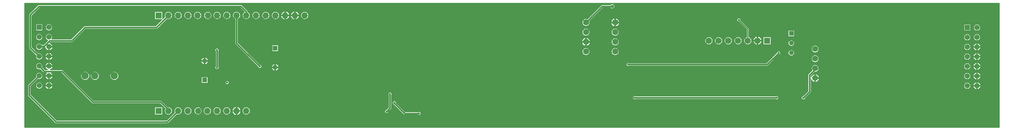
<source format=gbr>
G04*
G04 #@! TF.GenerationSoftware,Altium Limited,Altium Designer,25.8.1 (18)*
G04*
G04 Layer_Physical_Order=2*
G04 Layer_Color=16711680*
%FSLAX44Y44*%
%MOMM*%
G71*
G04*
G04 #@! TF.SameCoordinates,57F80322-994B-4A8F-A2F4-5028E090627E*
G04*
G04*
G04 #@! TF.FilePolarity,Positive*
G04*
G01*
G75*
%ADD13C,0.2540*%
%ADD51C,0.4064*%
%ADD52R,1.6500X1.6500*%
%ADD53O,1.6500X1.6500*%
%ADD54C,1.2800*%
%ADD55R,1.2800X1.2800*%
%ADD56C,1.6002*%
%ADD57C,1.2180*%
%ADD58R,1.2180X1.2180*%
%ADD59C,1.6500*%
%ADD60R,1.6500X1.6500*%
%ADD61R,1.3700X1.3700*%
%ADD62C,1.3700*%
%ADD63C,1.8796*%
%ADD64C,1.5240*%
%ADD65C,0.6000*%
%ADD66C,0.9000*%
G36*
X2547831Y2039D02*
X2039D01*
Y328831D01*
X2547831D01*
Y2039D01*
D02*
G37*
%LPC*%
G36*
X1537794Y325540D02*
X1535606D01*
X1533584Y324703D01*
X1532037Y323156D01*
X1532027Y323131D01*
X1510030D01*
X1508847Y322896D01*
X1507844Y322226D01*
X1471938Y286319D01*
X1471594Y286518D01*
X1469305Y287131D01*
X1466935D01*
X1464646Y286518D01*
X1462593Y285333D01*
X1460917Y283657D01*
X1459732Y281604D01*
X1459119Y279315D01*
Y276945D01*
X1459732Y274656D01*
X1460917Y272603D01*
X1462593Y270927D01*
X1464646Y269742D01*
X1466935Y269129D01*
X1469305D01*
X1471594Y269742D01*
X1473647Y270927D01*
X1475323Y272603D01*
X1476508Y274656D01*
X1477121Y276945D01*
Y279315D01*
X1476508Y281604D01*
X1476309Y281947D01*
X1511310Y316949D01*
X1532027D01*
X1532037Y316924D01*
X1533584Y315377D01*
X1535606Y314540D01*
X1537794D01*
X1539816Y315377D01*
X1541363Y316924D01*
X1542200Y318946D01*
Y321134D01*
X1541363Y323156D01*
X1539816Y324703D01*
X1537794Y325540D01*
D02*
G37*
G36*
X710190Y306521D02*
Y298414D01*
X718297D01*
X718207Y299098D01*
X717171Y301599D01*
X715523Y303747D01*
X713375Y305395D01*
X710874Y306431D01*
X710190Y306521D01*
D02*
G37*
G36*
X706190D02*
X705506Y306431D01*
X703005Y305395D01*
X700857Y303747D01*
X699209Y301599D01*
X698173Y299098D01*
X698082Y298414D01*
X706190D01*
Y306521D01*
D02*
G37*
G36*
X684790D02*
Y298414D01*
X692897D01*
X692807Y299098D01*
X691771Y301599D01*
X690123Y303747D01*
X687975Y305395D01*
X685474Y306431D01*
X684790Y306521D01*
D02*
G37*
G36*
X680790D02*
X680106Y306431D01*
X677605Y305395D01*
X675457Y303747D01*
X673809Y301599D01*
X672773Y299098D01*
X672682Y298414D01*
X680790D01*
Y306521D01*
D02*
G37*
G36*
X733590Y305744D02*
X733590D01*
X731175Y305426D01*
X728925Y304494D01*
X726993Y303011D01*
X725510Y301079D01*
X724578Y298829D01*
X724260Y296414D01*
X724578Y293999D01*
X725510Y291749D01*
X726993Y289817D01*
X728925Y288334D01*
X731175Y287402D01*
X733590Y287084D01*
X733590D01*
X736005Y287402D01*
X738255Y288334D01*
X740187Y289817D01*
X741670Y291749D01*
X742602Y293999D01*
X742920Y296414D01*
X742602Y298829D01*
X741670Y301079D01*
X740187Y303011D01*
X738255Y304494D01*
X736005Y305426D01*
X733590Y305744D01*
D02*
G37*
G36*
X657390D02*
X657390D01*
X654975Y305426D01*
X652725Y304494D01*
X650793Y303011D01*
X649310Y301079D01*
X648378Y298829D01*
X648060Y296414D01*
X648378Y293999D01*
X649310Y291749D01*
X650793Y289817D01*
X652725Y288334D01*
X654975Y287402D01*
X657390Y287084D01*
X657390D01*
X659805Y287402D01*
X662055Y288334D01*
X663987Y289817D01*
X665470Y291749D01*
X666402Y293999D01*
X666720Y296414D01*
X666402Y298829D01*
X665470Y301079D01*
X663987Y303011D01*
X662055Y304494D01*
X659805Y305426D01*
X657390Y305744D01*
D02*
G37*
G36*
X631990D02*
X631990D01*
X629575Y305426D01*
X627325Y304494D01*
X625393Y303011D01*
X623910Y301079D01*
X622978Y298829D01*
X622660Y296414D01*
X622978Y293999D01*
X623910Y291749D01*
X625393Y289817D01*
X627325Y288334D01*
X629575Y287402D01*
X631990Y287084D01*
X631990D01*
X634405Y287402D01*
X636655Y288334D01*
X638587Y289817D01*
X640070Y291749D01*
X641002Y293999D01*
X641320Y296414D01*
X641002Y298829D01*
X640070Y301079D01*
X638587Y303011D01*
X636655Y304494D01*
X634405Y305426D01*
X631990Y305744D01*
D02*
G37*
G36*
X606590D02*
X606590D01*
X604175Y305426D01*
X601925Y304494D01*
X599993Y303011D01*
X598510Y301079D01*
X597578Y298829D01*
X597260Y296414D01*
X597578Y293999D01*
X598510Y291749D01*
X599993Y289817D01*
X601925Y288334D01*
X604175Y287402D01*
X606590Y287084D01*
X606590D01*
X609005Y287402D01*
X611255Y288334D01*
X613187Y289817D01*
X614670Y291749D01*
X615602Y293999D01*
X615920Y296414D01*
X615602Y298829D01*
X614670Y301079D01*
X613187Y303011D01*
X611255Y304494D01*
X609005Y305426D01*
X606590Y305744D01*
D02*
G37*
G36*
X567750Y323091D02*
X40000D01*
X38817Y322856D01*
X37814Y322186D01*
X15314Y299686D01*
X14644Y298683D01*
X14409Y297500D01*
Y212310D01*
X14644Y211127D01*
X15314Y210124D01*
X33427Y192012D01*
X32910Y190084D01*
Y188017D01*
X33445Y186020D01*
X34478Y184230D01*
X35940Y182768D01*
X37730Y181735D01*
X39727Y181200D01*
X41793D01*
X43790Y181735D01*
X45580Y182768D01*
X47042Y184230D01*
X48075Y186020D01*
X48610Y188017D01*
Y190084D01*
X48075Y192080D01*
X47042Y193870D01*
X45580Y195332D01*
X43790Y196365D01*
X41793Y196900D01*
X39727D01*
X37799Y196383D01*
X20591Y213591D01*
Y296220D01*
X41280Y316909D01*
X566469D01*
X576638Y306740D01*
X576561Y305206D01*
X576234Y304270D01*
X574593Y303011D01*
X573110Y301079D01*
X572178Y298829D01*
X571860Y296414D01*
X572178Y293999D01*
X573110Y291749D01*
X574593Y289817D01*
X576525Y288334D01*
X578775Y287402D01*
X581190Y287084D01*
X581190D01*
X583605Y287402D01*
X585855Y288334D01*
X587787Y289817D01*
X589270Y291749D01*
X590202Y293999D01*
X590520Y296414D01*
X590202Y298829D01*
X589270Y301079D01*
X587787Y303011D01*
X585855Y304494D01*
X584281Y305146D01*
Y306560D01*
X584046Y307743D01*
X583376Y308746D01*
X569936Y322186D01*
X568933Y322856D01*
X567750Y323091D01*
D02*
G37*
G36*
X530390Y305744D02*
X530390D01*
X527975Y305426D01*
X525725Y304494D01*
X523793Y303011D01*
X522310Y301079D01*
X521378Y298829D01*
X521060Y296414D01*
X521378Y293999D01*
X522310Y291749D01*
X523793Y289817D01*
X525725Y288334D01*
X527975Y287402D01*
X530390Y287084D01*
X530390D01*
X532805Y287402D01*
X535055Y288334D01*
X536987Y289817D01*
X538470Y291749D01*
X539402Y293999D01*
X539720Y296414D01*
X539402Y298829D01*
X538470Y301079D01*
X536987Y303011D01*
X535055Y304494D01*
X532805Y305426D01*
X530390Y305744D01*
D02*
G37*
G36*
X504990D02*
X504990D01*
X502575Y305426D01*
X500325Y304494D01*
X498393Y303011D01*
X496910Y301079D01*
X495978Y298829D01*
X495660Y296414D01*
X495978Y293999D01*
X496910Y291749D01*
X498393Y289817D01*
X500325Y288334D01*
X502575Y287402D01*
X504990Y287084D01*
X504990D01*
X507405Y287402D01*
X509655Y288334D01*
X511587Y289817D01*
X513070Y291749D01*
X514002Y293999D01*
X514320Y296414D01*
X514002Y298829D01*
X513070Y301079D01*
X511587Y303011D01*
X509655Y304494D01*
X507405Y305426D01*
X504990Y305744D01*
D02*
G37*
G36*
X480835D02*
X480835D01*
X478420Y305426D01*
X476170Y304494D01*
X474238Y303011D01*
X472755Y301079D01*
X471823Y298829D01*
X471505Y296414D01*
X471823Y293999D01*
X472755Y291749D01*
X474238Y289817D01*
X476170Y288334D01*
X478420Y287402D01*
X480835Y287084D01*
X480835D01*
X483250Y287402D01*
X485500Y288334D01*
X487432Y289817D01*
X488915Y291749D01*
X489847Y293999D01*
X490165Y296414D01*
X489847Y298829D01*
X488915Y301079D01*
X487432Y303011D01*
X485500Y304494D01*
X483250Y305426D01*
X480835Y305744D01*
D02*
G37*
G36*
X454190D02*
X454190D01*
X451775Y305426D01*
X449525Y304494D01*
X447593Y303011D01*
X446110Y301079D01*
X445178Y298829D01*
X444860Y296414D01*
X445178Y293999D01*
X446110Y291749D01*
X447593Y289817D01*
X449525Y288334D01*
X451775Y287402D01*
X454190Y287084D01*
X454190D01*
X456605Y287402D01*
X458855Y288334D01*
X460787Y289817D01*
X462270Y291749D01*
X463202Y293999D01*
X463520Y296414D01*
X463202Y298829D01*
X462270Y301079D01*
X460787Y303011D01*
X458855Y304494D01*
X456605Y305426D01*
X454190Y305744D01*
D02*
G37*
G36*
X428790D02*
X428790D01*
X426375Y305426D01*
X424125Y304494D01*
X422193Y303011D01*
X420710Y301079D01*
X419778Y298829D01*
X419460Y296414D01*
X419778Y293999D01*
X420710Y291749D01*
X422193Y289817D01*
X424125Y288334D01*
X426375Y287402D01*
X428790Y287084D01*
X428790D01*
X431205Y287402D01*
X433455Y288334D01*
X435387Y289817D01*
X436870Y291749D01*
X437802Y293999D01*
X438120Y296414D01*
X437802Y298829D01*
X436870Y301079D01*
X435387Y303011D01*
X433455Y304494D01*
X431205Y305426D01*
X428790Y305744D01*
D02*
G37*
G36*
X403390D02*
X403390D01*
X400975Y305426D01*
X398725Y304494D01*
X396793Y303011D01*
X395310Y301079D01*
X394378Y298829D01*
X394060Y296414D01*
X394378Y293999D01*
X395310Y291749D01*
X396793Y289817D01*
X398725Y288334D01*
X400975Y287402D01*
X403390Y287084D01*
X403390D01*
X405805Y287402D01*
X408055Y288334D01*
X409987Y289817D01*
X411470Y291749D01*
X412402Y293999D01*
X412720Y296414D01*
X412402Y298829D01*
X411470Y301079D01*
X409987Y303011D01*
X408055Y304494D01*
X405805Y305426D01*
X403390Y305744D01*
D02*
G37*
G36*
X377990D02*
X377990D01*
X375575Y305426D01*
X373325Y304494D01*
X371393Y303011D01*
X369910Y301079D01*
X368978Y298829D01*
X368660Y296414D01*
X368978Y293999D01*
X369630Y292426D01*
X363521Y286317D01*
X361840Y287510D01*
X361840Y289053D01*
Y305664D01*
X343340D01*
Y287164D01*
X359840D01*
X361494Y287164D01*
X362687Y285483D01*
X345149Y267945D01*
X160000D01*
X158817Y267710D01*
X157814Y267040D01*
X123834Y233060D01*
X73345D01*
X72442Y235030D01*
X73475Y236820D01*
X74010Y238817D01*
Y240884D01*
X73475Y242880D01*
X72442Y244670D01*
X70980Y246132D01*
X69190Y247165D01*
X67193Y247700D01*
X65127D01*
X63130Y247165D01*
X61340Y246132D01*
X59878Y244670D01*
X58845Y242880D01*
X58310Y240884D01*
Y238817D01*
X58845Y236820D01*
X59878Y235030D01*
X61340Y233568D01*
X63063Y232574D01*
X63130Y232533D01*
X63654Y230291D01*
X52425Y219063D01*
X47161D01*
X47042Y219270D01*
X45580Y220732D01*
X43790Y221765D01*
X41793Y222300D01*
X39727D01*
X37730Y221765D01*
X35940Y220732D01*
X34478Y219270D01*
X33445Y217480D01*
X32910Y215483D01*
Y213417D01*
X33445Y211420D01*
X34478Y209630D01*
X35940Y208169D01*
X37730Y207135D01*
X39727Y206600D01*
X41793D01*
X43790Y207135D01*
X45580Y208169D01*
X47042Y209630D01*
X48075Y211420D01*
X48466Y212880D01*
X53706D01*
X54889Y213115D01*
X55246Y213354D01*
X55749Y213336D01*
X57059Y212848D01*
X57486Y212505D01*
X57883Y211022D01*
X59053Y208996D01*
X60706Y207343D01*
X62732Y206173D01*
X64160Y205791D01*
Y214450D01*
X66160D01*
Y216450D01*
X74819D01*
X74437Y217878D01*
X73267Y219904D01*
X71614Y221557D01*
X69588Y222727D01*
X68105Y223124D01*
X67333Y225226D01*
X68983Y226877D01*
X125114D01*
X126297Y227112D01*
X127300Y227782D01*
X161280Y261763D01*
X346430D01*
X347613Y261998D01*
X348616Y262668D01*
X374002Y288054D01*
X375575Y287402D01*
X377990Y287084D01*
X377990D01*
X380405Y287402D01*
X382655Y288334D01*
X384587Y289817D01*
X386070Y291749D01*
X387002Y293999D01*
X387320Y296414D01*
X387002Y298829D01*
X386070Y301079D01*
X384587Y303011D01*
X382655Y304494D01*
X380405Y305426D01*
X377990Y305744D01*
D02*
G37*
G36*
X718297Y294414D02*
X710190D01*
Y286307D01*
X710874Y286397D01*
X713375Y287433D01*
X715523Y289081D01*
X717171Y291229D01*
X718207Y293730D01*
X718297Y294414D01*
D02*
G37*
G36*
X706190D02*
X698082D01*
X698173Y293730D01*
X699209Y291229D01*
X700857Y289081D01*
X703005Y287433D01*
X705506Y286397D01*
X706190Y286307D01*
Y294414D01*
D02*
G37*
G36*
X692897D02*
X684790D01*
Y286307D01*
X685474Y286397D01*
X687975Y287433D01*
X690123Y289081D01*
X691771Y291229D01*
X692807Y293730D01*
X692897Y294414D01*
D02*
G37*
G36*
X680790D02*
X672682D01*
X672773Y293730D01*
X673809Y291229D01*
X675457Y289081D01*
X677605Y287433D01*
X680106Y286397D01*
X680790Y286307D01*
Y294414D01*
D02*
G37*
G36*
X1546320Y287981D02*
Y280130D01*
X1554171D01*
X1553669Y282003D01*
X1552348Y284290D01*
X1550480Y286158D01*
X1548193Y287479D01*
X1546320Y287981D01*
D02*
G37*
G36*
X1542320Y287981D02*
X1540447Y287479D01*
X1538160Y286158D01*
X1536292Y284290D01*
X1534971Y282003D01*
X1534469Y280130D01*
X1542320D01*
Y287981D01*
D02*
G37*
G36*
Y276130D02*
X1534469D01*
X1534971Y274257D01*
X1536292Y271970D01*
X1538160Y270102D01*
X1540447Y268781D01*
X1542320Y268279D01*
Y276130D01*
D02*
G37*
G36*
X1554171D02*
X1546320D01*
Y268279D01*
X1548193Y268781D01*
X1550480Y270102D01*
X1552348Y271970D01*
X1553669Y274257D01*
X1554171Y276130D01*
D02*
G37*
G36*
X67193Y273100D02*
X65127D01*
X63130Y272565D01*
X61340Y271532D01*
X59878Y270070D01*
X58845Y268280D01*
X58310Y266283D01*
Y264217D01*
X58845Y262220D01*
X59878Y260430D01*
X61340Y258969D01*
X63130Y257935D01*
X65127Y257400D01*
X67193D01*
X69190Y257935D01*
X70980Y258969D01*
X72442Y260430D01*
X73475Y262220D01*
X74010Y264217D01*
Y266283D01*
X73475Y268280D01*
X72442Y270070D01*
X70980Y271532D01*
X69190Y272565D01*
X67193Y273100D01*
D02*
G37*
G36*
X48610D02*
X32910D01*
Y257400D01*
X48610D01*
Y273100D01*
D02*
G37*
G36*
X2489554Y272700D02*
X2487487D01*
X2485490Y272165D01*
X2483700Y271132D01*
X2482238Y269670D01*
X2481205Y267880D01*
X2480670Y265884D01*
Y263817D01*
X2481205Y261820D01*
X2482238Y260030D01*
X2483700Y258568D01*
X2485490Y257535D01*
X2487487Y257000D01*
X2489554D01*
X2491550Y257535D01*
X2493340Y258568D01*
X2494802Y260030D01*
X2495835Y261820D01*
X2496370Y263817D01*
Y265884D01*
X2495835Y267880D01*
X2494802Y269670D01*
X2493340Y271132D01*
X2491550Y272165D01*
X2489554Y272700D01*
D02*
G37*
G36*
X2470970D02*
X2455270D01*
Y257000D01*
X2470970D01*
Y272700D01*
D02*
G37*
G36*
X1545505Y261731D02*
X1543135D01*
X1540846Y261118D01*
X1538793Y259933D01*
X1537117Y258257D01*
X1535932Y256204D01*
X1535319Y253915D01*
Y251545D01*
X1535932Y249256D01*
X1537117Y247203D01*
X1538793Y245527D01*
X1540846Y244342D01*
X1543135Y243729D01*
X1545505D01*
X1547794Y244342D01*
X1549847Y245527D01*
X1551523Y247203D01*
X1552708Y249256D01*
X1553321Y251545D01*
Y253915D01*
X1552708Y256204D01*
X1551523Y258257D01*
X1549847Y259933D01*
X1547794Y261118D01*
X1545505Y261731D01*
D02*
G37*
G36*
X1469305D02*
X1466935D01*
X1464646Y261118D01*
X1462593Y259933D01*
X1460917Y258257D01*
X1459732Y256204D01*
X1459119Y253915D01*
Y251545D01*
X1459732Y249256D01*
X1460917Y247203D01*
X1462593Y245527D01*
X1464646Y244342D01*
X1466935Y243729D01*
X1469305D01*
X1471594Y244342D01*
X1473647Y245527D01*
X1475323Y247203D01*
X1476508Y249256D01*
X1477121Y251545D01*
Y253915D01*
X1476508Y256204D01*
X1475323Y258257D01*
X1473647Y259933D01*
X1471594Y261118D01*
X1469305Y261731D01*
D02*
G37*
G36*
X2011150Y256360D02*
X1996970D01*
Y242180D01*
X2011150D01*
Y256360D01*
D02*
G37*
G36*
X1917632Y240395D02*
Y232286D01*
X1925741D01*
X1925213Y234255D01*
X1923860Y236599D01*
X1921945Y238514D01*
X1919601Y239867D01*
X1917632Y240395D01*
D02*
G37*
G36*
X1913632Y240395D02*
X1911663Y239867D01*
X1909319Y238514D01*
X1907404Y236599D01*
X1906051Y234255D01*
X1905523Y232286D01*
X1913632D01*
Y240395D01*
D02*
G37*
G36*
X41793Y247700D02*
X39727D01*
X37730Y247165D01*
X35940Y246132D01*
X34478Y244670D01*
X33445Y242880D01*
X32910Y240884D01*
Y238817D01*
X33445Y236820D01*
X34478Y235030D01*
X35940Y233568D01*
X37730Y232535D01*
X39727Y232000D01*
X41793D01*
X43790Y232535D01*
X45580Y233568D01*
X47042Y235030D01*
X48075Y236820D01*
X48610Y238817D01*
Y240884D01*
X48075Y242880D01*
X47042Y244670D01*
X45580Y246132D01*
X43790Y247165D01*
X41793Y247700D01*
D02*
G37*
G36*
X2489554Y247300D02*
X2487487D01*
X2485490Y246765D01*
X2483700Y245732D01*
X2482238Y244270D01*
X2481205Y242480D01*
X2480670Y240483D01*
Y238417D01*
X2481205Y236420D01*
X2482238Y234630D01*
X2483700Y233169D01*
X2485490Y232135D01*
X2487487Y231600D01*
X2489554D01*
X2491550Y232135D01*
X2493340Y233169D01*
X2494802Y234630D01*
X2495835Y236420D01*
X2496370Y238417D01*
Y240483D01*
X2495835Y242480D01*
X2494802Y244270D01*
X2493340Y245732D01*
X2491550Y246765D01*
X2489554Y247300D01*
D02*
G37*
G36*
X2464153D02*
X2462086D01*
X2460090Y246765D01*
X2458300Y245732D01*
X2456838Y244270D01*
X2455805Y242480D01*
X2455270Y240483D01*
Y238417D01*
X2455805Y236420D01*
X2456838Y234630D01*
X2458300Y233169D01*
X2460090Y232135D01*
X2462086Y231600D01*
X2464153D01*
X2466150Y232135D01*
X2467940Y233169D01*
X2469402Y234630D01*
X2470435Y236420D01*
X2470970Y238417D01*
Y240483D01*
X2470435Y242480D01*
X2469402Y244270D01*
X2467940Y245732D01*
X2466150Y246765D01*
X2464153Y247300D01*
D02*
G37*
G36*
X1470120Y237181D02*
Y229330D01*
X1477971D01*
X1477469Y231203D01*
X1476148Y233490D01*
X1474280Y235358D01*
X1471993Y236679D01*
X1470120Y237181D01*
D02*
G37*
G36*
X1466120Y237181D02*
X1464247Y236679D01*
X1461960Y235358D01*
X1460092Y233490D01*
X1458771Y231203D01*
X1458269Y229330D01*
X1466120D01*
Y237181D01*
D02*
G37*
G36*
X1950282Y239536D02*
X1931782D01*
Y221036D01*
X1950282D01*
Y239536D01*
D02*
G37*
G36*
X1867696Y288480D02*
X1866104D01*
X1864634Y287871D01*
X1863509Y286746D01*
X1862900Y285276D01*
Y283684D01*
X1863509Y282214D01*
X1864634Y281089D01*
X1866104Y280480D01*
X1867627D01*
X1887917Y260189D01*
Y239242D01*
X1886662Y238906D01*
X1884552Y237688D01*
X1882830Y235966D01*
X1881612Y233856D01*
X1880982Y231504D01*
Y229068D01*
X1881612Y226716D01*
X1882830Y224606D01*
X1884552Y222884D01*
X1886662Y221666D01*
X1889014Y221036D01*
X1891450D01*
X1893802Y221666D01*
X1895912Y222884D01*
X1897634Y224606D01*
X1898852Y226716D01*
X1899482Y229068D01*
Y231504D01*
X1898852Y233856D01*
X1897634Y235966D01*
X1895912Y237688D01*
X1893802Y238906D01*
X1892547Y239242D01*
Y261148D01*
X1892370Y262034D01*
X1891869Y262785D01*
X1870900Y283753D01*
Y285276D01*
X1870291Y286746D01*
X1869166Y287871D01*
X1867696Y288480D01*
D02*
G37*
G36*
X1866050Y239536D02*
X1863614D01*
X1861262Y238906D01*
X1859152Y237688D01*
X1857430Y235966D01*
X1856212Y233856D01*
X1855582Y231504D01*
Y229068D01*
X1856212Y226716D01*
X1857430Y224606D01*
X1859152Y222884D01*
X1861262Y221666D01*
X1863614Y221036D01*
X1866050D01*
X1868402Y221666D01*
X1870512Y222884D01*
X1872234Y224606D01*
X1873452Y226716D01*
X1874082Y229068D01*
Y231504D01*
X1873452Y233856D01*
X1872234Y235966D01*
X1870512Y237688D01*
X1868402Y238906D01*
X1866050Y239536D01*
D02*
G37*
G36*
X1840650D02*
X1838214D01*
X1835862Y238906D01*
X1833752Y237688D01*
X1832030Y235966D01*
X1830812Y233856D01*
X1830182Y231504D01*
Y229068D01*
X1830812Y226716D01*
X1832030Y224606D01*
X1833752Y222884D01*
X1835862Y221666D01*
X1838214Y221036D01*
X1840650D01*
X1843002Y221666D01*
X1845112Y222884D01*
X1846834Y224606D01*
X1848052Y226716D01*
X1848682Y229068D01*
Y231504D01*
X1848052Y233856D01*
X1846834Y235966D01*
X1845112Y237688D01*
X1843002Y238906D01*
X1840650Y239536D01*
D02*
G37*
G36*
X1815250D02*
X1812814D01*
X1810462Y238906D01*
X1808352Y237688D01*
X1806630Y235966D01*
X1805412Y233856D01*
X1804782Y231504D01*
Y229068D01*
X1805412Y226716D01*
X1806630Y224606D01*
X1808352Y222884D01*
X1810462Y221666D01*
X1812814Y221036D01*
X1815250D01*
X1817602Y221666D01*
X1819712Y222884D01*
X1821434Y224606D01*
X1822652Y226716D01*
X1823282Y229068D01*
Y231504D01*
X1822652Y233856D01*
X1821434Y235966D01*
X1819712Y237688D01*
X1817602Y238906D01*
X1815250Y239536D01*
D02*
G37*
G36*
X1789850D02*
X1787414D01*
X1785062Y238906D01*
X1782952Y237688D01*
X1781230Y235966D01*
X1780012Y233856D01*
X1779382Y231504D01*
Y229068D01*
X1780012Y226716D01*
X1781230Y224606D01*
X1782952Y222884D01*
X1785062Y221666D01*
X1787414Y221036D01*
X1789850D01*
X1792202Y221666D01*
X1794312Y222884D01*
X1796034Y224606D01*
X1797252Y226716D01*
X1797882Y229068D01*
Y231504D01*
X1797252Y233856D01*
X1796034Y235966D01*
X1794312Y237688D01*
X1792202Y238906D01*
X1789850Y239536D01*
D02*
G37*
G36*
X1913632Y228286D02*
X1905523D01*
X1906051Y226317D01*
X1907404Y223973D01*
X1909319Y222058D01*
X1911663Y220705D01*
X1913632Y220177D01*
Y228286D01*
D02*
G37*
G36*
X1925741D02*
X1917632D01*
Y220177D01*
X1919601Y220705D01*
X1921945Y222058D01*
X1923860Y223973D01*
X1925213Y226317D01*
X1925741Y228286D01*
D02*
G37*
G36*
X1545505Y236331D02*
X1543135D01*
X1540846Y235718D01*
X1538793Y234533D01*
X1537117Y232857D01*
X1535932Y230804D01*
X1535319Y228515D01*
Y226145D01*
X1535932Y223856D01*
X1537117Y221803D01*
X1538793Y220127D01*
X1540846Y218942D01*
X1543135Y218329D01*
X1545505D01*
X1547794Y218942D01*
X1549847Y220127D01*
X1551523Y221803D01*
X1552708Y223856D01*
X1553321Y226145D01*
Y228515D01*
X1552708Y230804D01*
X1551523Y232857D01*
X1549847Y234533D01*
X1547794Y235718D01*
X1545505Y236331D01*
D02*
G37*
G36*
X1477971Y225330D02*
X1470120D01*
Y217479D01*
X1471993Y217981D01*
X1474280Y219302D01*
X1476148Y221170D01*
X1477469Y223457D01*
X1477971Y225330D01*
D02*
G37*
G36*
X1466120D02*
X1458269D01*
X1458771Y223457D01*
X1460092Y221170D01*
X1461960Y219302D01*
X1464247Y217981D01*
X1466120Y217479D01*
Y225330D01*
D02*
G37*
G36*
X2004993Y230960D02*
X2003127D01*
X2001323Y230477D01*
X1999707Y229543D01*
X1998387Y228223D01*
X1997453Y226607D01*
X1996970Y224804D01*
Y222937D01*
X1997453Y221133D01*
X1998387Y219517D01*
X1999707Y218197D01*
X2001323Y217263D01*
X2003127Y216780D01*
X2004993D01*
X2006797Y217263D01*
X2008413Y218197D01*
X2009733Y219517D01*
X2010667Y221133D01*
X2011150Y222937D01*
Y224804D01*
X2010667Y226607D01*
X2009733Y228223D01*
X2008413Y229543D01*
X2006797Y230477D01*
X2004993Y230960D01*
D02*
G37*
G36*
X2490520Y222710D02*
Y216050D01*
X2497179D01*
X2496797Y217478D01*
X2495627Y219504D01*
X2493974Y221157D01*
X2491948Y222327D01*
X2490520Y222710D01*
D02*
G37*
G36*
X2486520D02*
X2485092Y222327D01*
X2483066Y221157D01*
X2481413Y219504D01*
X2480243Y217478D01*
X2479861Y216050D01*
X2486520D01*
Y222710D01*
D02*
G37*
G36*
X2464153Y221900D02*
X2462086D01*
X2460090Y221365D01*
X2458300Y220332D01*
X2456838Y218870D01*
X2455805Y217080D01*
X2455270Y215084D01*
Y213017D01*
X2455805Y211020D01*
X2456838Y209230D01*
X2458300Y207768D01*
X2460090Y206735D01*
X2462086Y206200D01*
X2464153D01*
X2466150Y206735D01*
X2467940Y207768D01*
X2469402Y209230D01*
X2470435Y211020D01*
X2470970Y213017D01*
Y215084D01*
X2470435Y217080D01*
X2469402Y218870D01*
X2467940Y220332D01*
X2466150Y221365D01*
X2464153Y221900D01*
D02*
G37*
G36*
X74819Y212450D02*
X68160D01*
Y205791D01*
X69588Y206173D01*
X71614Y207343D01*
X73267Y208996D01*
X74437Y211022D01*
X74819Y212450D01*
D02*
G37*
G36*
X2497179Y212050D02*
X2490520D01*
Y205391D01*
X2491948Y205773D01*
X2493974Y206943D01*
X2495627Y208596D01*
X2496797Y210622D01*
X2497179Y212050D01*
D02*
G37*
G36*
X2486520D02*
X2479861D01*
X2480243Y210622D01*
X2481413Y208596D01*
X2483066Y206943D01*
X2485092Y205773D01*
X2486520Y205391D01*
Y212050D01*
D02*
G37*
G36*
X664180Y217820D02*
X649380D01*
Y203020D01*
X664180D01*
Y217820D01*
D02*
G37*
G36*
X2067294Y217182D02*
X2065025D01*
X2062832Y216595D01*
X2060867Y215460D01*
X2059262Y213855D01*
X2058127Y211889D01*
X2057540Y209697D01*
Y207427D01*
X2058127Y205235D01*
X2059262Y203270D01*
X2060867Y201665D01*
X2062832Y200530D01*
X2065025Y199942D01*
X2067294D01*
X2069487Y200530D01*
X2071452Y201665D01*
X2073057Y203270D01*
X2074192Y205235D01*
X2074780Y207427D01*
Y209697D01*
X2074192Y211889D01*
X2073057Y213855D01*
X2071452Y215460D01*
X2069487Y216595D01*
X2067294Y217182D01*
D02*
G37*
G36*
X1545505Y210931D02*
X1543135D01*
X1540846Y210318D01*
X1538793Y209133D01*
X1537117Y207457D01*
X1535932Y205404D01*
X1535319Y203115D01*
Y200745D01*
X1535932Y198456D01*
X1537117Y196403D01*
X1538793Y194727D01*
X1540846Y193542D01*
X1543135Y192929D01*
X1545505D01*
X1547794Y193542D01*
X1549847Y194727D01*
X1551523Y196403D01*
X1552708Y198456D01*
X1553321Y200745D01*
Y203115D01*
X1552708Y205404D01*
X1551523Y207457D01*
X1549847Y209133D01*
X1547794Y210318D01*
X1545505Y210931D01*
D02*
G37*
G36*
X1469305D02*
X1466935D01*
X1464646Y210318D01*
X1462593Y209133D01*
X1460917Y207457D01*
X1459732Y205404D01*
X1459119Y203115D01*
Y200745D01*
X1459732Y198456D01*
X1460917Y196403D01*
X1462593Y194727D01*
X1464646Y193542D01*
X1466935Y192929D01*
X1469305D01*
X1471594Y193542D01*
X1473647Y194727D01*
X1475323Y196403D01*
X1476508Y198456D01*
X1477121Y200745D01*
Y203115D01*
X1476508Y205404D01*
X1475323Y207457D01*
X1473647Y209133D01*
X1471594Y210318D01*
X1469305Y210931D01*
D02*
G37*
G36*
X2004993Y205560D02*
X2003127D01*
X2001323Y205077D01*
X1999707Y204144D01*
X1998387Y202823D01*
X1997453Y201207D01*
X1996970Y199403D01*
Y197537D01*
X1997453Y195733D01*
X1998387Y194117D01*
X1999707Y192797D01*
X2001323Y191863D01*
X2003127Y191380D01*
X2004993D01*
X2006797Y191863D01*
X2008413Y192797D01*
X2009733Y194117D01*
X2010667Y195733D01*
X2011150Y197537D01*
Y199403D01*
X2010667Y201207D01*
X2009733Y202823D01*
X2008413Y204144D01*
X2006797Y205077D01*
X2004993Y205560D01*
D02*
G37*
G36*
X68160Y197710D02*
Y191050D01*
X74819D01*
X74437Y192478D01*
X73267Y194504D01*
X71614Y196157D01*
X69588Y197327D01*
X68160Y197710D01*
D02*
G37*
G36*
X64160D02*
X62732Y197327D01*
X60706Y196157D01*
X59053Y194504D01*
X57883Y192478D01*
X57501Y191050D01*
X64160D01*
Y197710D01*
D02*
G37*
G36*
X2490520Y197309D02*
Y190650D01*
X2497179D01*
X2496797Y192078D01*
X2495627Y194104D01*
X2493974Y195757D01*
X2491948Y196927D01*
X2490520Y197309D01*
D02*
G37*
G36*
X2486520D02*
X2485092Y196927D01*
X2483066Y195757D01*
X2481413Y194104D01*
X2480243Y192078D01*
X2479861Y190650D01*
X2486520D01*
Y197309D01*
D02*
G37*
G36*
X2464153Y196500D02*
X2462086D01*
X2460090Y195965D01*
X2458300Y194932D01*
X2456838Y193470D01*
X2455805Y191680D01*
X2455270Y189683D01*
Y187617D01*
X2455805Y185620D01*
X2456838Y183830D01*
X2458300Y182369D01*
X2460090Y181335D01*
X2462086Y180800D01*
X2464153D01*
X2466150Y181335D01*
X2467940Y182369D01*
X2469402Y183830D01*
X2470435Y185620D01*
X2470970Y187617D01*
Y189683D01*
X2470435Y191680D01*
X2469402Y193470D01*
X2467940Y194932D01*
X2466150Y195965D01*
X2464153Y196500D01*
D02*
G37*
G36*
X74819Y187050D02*
X68160D01*
Y180391D01*
X69588Y180773D01*
X71614Y181943D01*
X73267Y183596D01*
X74437Y185622D01*
X74819Y187050D01*
D02*
G37*
G36*
X64160D02*
X57501D01*
X57883Y185622D01*
X59053Y183596D01*
X60706Y181943D01*
X62732Y180773D01*
X64160Y180391D01*
Y187050D01*
D02*
G37*
G36*
X2497179Y186650D02*
X2490520D01*
Y179991D01*
X2491948Y180373D01*
X2493974Y181543D01*
X2495627Y183196D01*
X2496797Y185222D01*
X2497179Y186650D01*
D02*
G37*
G36*
X2486520D02*
X2479861D01*
X2480243Y185222D01*
X2481413Y183196D01*
X2483066Y181543D01*
X2485092Y180373D01*
X2486520Y179991D01*
Y186650D01*
D02*
G37*
G36*
X474440Y185593D02*
Y179400D01*
X480634D01*
X480297Y180655D01*
X479187Y182577D01*
X477617Y184147D01*
X475695Y185257D01*
X474440Y185593D01*
D02*
G37*
G36*
X470440D02*
X469185Y185257D01*
X467263Y184147D01*
X465693Y182577D01*
X464583Y180655D01*
X464246Y179400D01*
X470440D01*
Y185593D01*
D02*
G37*
G36*
X2067294Y191782D02*
X2065025D01*
X2062832Y191195D01*
X2060867Y190060D01*
X2059262Y188455D01*
X2058127Y186490D01*
X2057540Y184297D01*
Y182027D01*
X2058127Y179835D01*
X2059262Y177869D01*
X2060867Y176265D01*
X2062832Y175130D01*
X2065025Y174542D01*
X2067294D01*
X2069487Y175130D01*
X2071452Y176265D01*
X2073057Y177869D01*
X2074192Y179835D01*
X2074780Y182027D01*
Y184297D01*
X2074192Y186490D01*
X2073057Y188455D01*
X2071452Y190060D01*
X2069487Y191195D01*
X2067294Y191782D01*
D02*
G37*
G36*
X1971836Y202120D02*
X1970244D01*
X1968774Y201511D01*
X1967649Y200386D01*
X1967040Y198916D01*
Y198492D01*
X1939510Y170961D01*
X1580565D01*
X1580266Y171261D01*
X1578796Y171870D01*
X1577204D01*
X1575734Y171261D01*
X1574609Y170136D01*
X1574000Y168666D01*
Y167074D01*
X1574609Y165604D01*
X1575734Y164479D01*
X1577204Y163870D01*
X1578796D01*
X1580266Y164479D01*
X1580565Y164779D01*
X1940790D01*
X1941973Y165014D01*
X1942976Y165684D01*
X1971412Y194120D01*
X1971836D01*
X1973306Y194729D01*
X1974431Y195854D01*
X1975040Y197324D01*
Y198916D01*
X1974431Y200386D01*
X1973306Y201511D01*
X1971836Y202120D01*
D02*
G37*
G36*
X480634Y175400D02*
X474440D01*
Y169207D01*
X475695Y169543D01*
X477617Y170653D01*
X479187Y172223D01*
X480297Y174145D01*
X480634Y175400D01*
D02*
G37*
G36*
X470440D02*
X464246D01*
X464583Y174145D01*
X465693Y172223D01*
X467263Y170653D01*
X469185Y169543D01*
X470440Y169207D01*
Y175400D01*
D02*
G37*
G36*
X68160Y172309D02*
Y165650D01*
X74819D01*
X74437Y167078D01*
X73267Y169104D01*
X71614Y170757D01*
X69588Y171927D01*
X68160Y172309D01*
D02*
G37*
G36*
X64160D02*
X62732Y171927D01*
X60706Y170757D01*
X59053Y169104D01*
X57883Y167078D01*
X57501Y165650D01*
X64160D01*
Y172309D01*
D02*
G37*
G36*
X2490520Y171910D02*
Y165250D01*
X2497179D01*
X2496797Y166678D01*
X2495627Y168704D01*
X2493974Y170357D01*
X2491948Y171527D01*
X2490520Y171910D01*
D02*
G37*
G36*
X2486520D02*
X2485092Y171527D01*
X2483066Y170357D01*
X2481413Y168704D01*
X2480243Y166678D01*
X2479861Y165250D01*
X2486520D01*
Y171910D01*
D02*
G37*
G36*
X658780Y168613D02*
Y162420D01*
X664974D01*
X664637Y163675D01*
X663527Y165597D01*
X661957Y167167D01*
X660035Y168277D01*
X658780Y168613D01*
D02*
G37*
G36*
X654780D02*
X653525Y168277D01*
X651603Y167167D01*
X650033Y165597D01*
X648923Y163675D01*
X648587Y162420D01*
X654780D01*
Y168613D01*
D02*
G37*
G36*
X555790Y305744D02*
X555790D01*
X553375Y305426D01*
X551125Y304494D01*
X549193Y303011D01*
X547710Y301079D01*
X546778Y298829D01*
X546460Y296414D01*
X546778Y293999D01*
X547710Y291749D01*
X549193Y289817D01*
X551125Y288334D01*
X552699Y287682D01*
Y223652D01*
X552934Y222469D01*
X553604Y221466D01*
X612482Y162588D01*
Y162164D01*
X613091Y160694D01*
X614217Y159569D01*
X615687Y158960D01*
X617278D01*
X618748Y159569D01*
X619873Y160694D01*
X620482Y162164D01*
Y163756D01*
X619873Y165226D01*
X618748Y166351D01*
X617278Y166960D01*
X616854D01*
X558881Y224933D01*
Y287682D01*
X560455Y288334D01*
X562387Y289817D01*
X563870Y291749D01*
X564802Y293999D01*
X565120Y296414D01*
X564802Y298829D01*
X563870Y301079D01*
X562387Y303011D01*
X560455Y304494D01*
X558205Y305426D01*
X555790Y305744D01*
D02*
G37*
G36*
X505786Y209755D02*
X504194D01*
X502724Y209146D01*
X501599Y208021D01*
X500990Y206551D01*
Y204959D01*
X501599Y203489D01*
X501899Y203190D01*
Y162585D01*
X501599Y162286D01*
X500990Y160816D01*
Y159224D01*
X501599Y157754D01*
X502724Y156629D01*
X504194Y156020D01*
X505786D01*
X507256Y156629D01*
X508381Y157754D01*
X508990Y159224D01*
Y160816D01*
X508381Y162286D01*
X508081Y162585D01*
Y203190D01*
X508381Y203489D01*
X508990Y204959D01*
Y206551D01*
X508381Y208021D01*
X507256Y209146D01*
X505786Y209755D01*
D02*
G37*
G36*
X2464153Y171100D02*
X2462086D01*
X2460090Y170565D01*
X2458300Y169532D01*
X2456838Y168070D01*
X2455805Y166280D01*
X2455270Y164284D01*
Y162217D01*
X2455805Y160220D01*
X2456838Y158430D01*
X2458300Y156968D01*
X2460090Y155935D01*
X2462086Y155400D01*
X2464153D01*
X2466150Y155935D01*
X2467940Y156968D01*
X2469402Y158430D01*
X2470435Y160220D01*
X2470970Y162217D01*
Y164284D01*
X2470435Y166280D01*
X2469402Y168070D01*
X2467940Y169532D01*
X2466150Y170565D01*
X2464153Y171100D01*
D02*
G37*
G36*
X2497179Y161250D02*
X2490520D01*
Y154591D01*
X2491948Y154973D01*
X2493974Y156143D01*
X2495627Y157796D01*
X2496797Y159822D01*
X2497179Y161250D01*
D02*
G37*
G36*
X2486520D02*
X2479861D01*
X2480243Y159822D01*
X2481413Y157796D01*
X2483066Y156143D01*
X2485092Y154973D01*
X2486520Y154591D01*
Y161250D01*
D02*
G37*
G36*
X664974Y158420D02*
X658780D01*
Y152226D01*
X660035Y152563D01*
X661957Y153673D01*
X663527Y155243D01*
X664637Y157165D01*
X664974Y158420D01*
D02*
G37*
G36*
X654780D02*
X648587D01*
X648923Y157165D01*
X650033Y155243D01*
X651603Y153673D01*
X653525Y152563D01*
X654780Y152226D01*
Y158420D01*
D02*
G37*
G36*
X2067294Y166382D02*
X2065025D01*
X2062832Y165795D01*
X2060867Y164660D01*
X2059262Y163055D01*
X2058127Y161089D01*
X2057540Y158897D01*
Y156627D01*
X2058127Y154435D01*
X2059262Y152470D01*
X2059265Y152467D01*
X2049434Y142636D01*
X2048764Y141633D01*
X2048529Y140450D01*
Y98301D01*
X2035248Y85020D01*
X2034824D01*
X2033354Y84411D01*
X2032229Y83286D01*
X2031620Y81816D01*
Y80224D01*
X2032229Y78754D01*
X2033354Y77629D01*
X2034824Y77020D01*
X2036416D01*
X2037886Y77629D01*
X2039011Y78754D01*
X2039620Y80224D01*
Y80648D01*
X2053806Y94834D01*
X2054476Y95837D01*
X2054711Y97020D01*
Y129944D01*
X2056743Y130212D01*
X2057165Y128637D01*
X2058436Y126436D01*
X2060233Y124639D01*
X2062434Y123368D01*
X2064160Y122906D01*
Y132362D01*
Y141819D01*
X2062434Y141356D01*
X2060233Y140086D01*
X2058436Y138289D01*
X2057165Y136088D01*
X2056743Y134513D01*
X2054711Y134781D01*
Y139170D01*
X2064756Y149214D01*
X2065025Y149142D01*
X2067294D01*
X2069487Y149730D01*
X2071452Y150865D01*
X2073057Y152470D01*
X2074192Y154435D01*
X2074780Y156627D01*
Y158897D01*
X2074192Y161089D01*
X2073057Y163055D01*
X2071452Y164660D01*
X2069487Y165795D01*
X2067294Y166382D01*
D02*
G37*
G36*
X2490520Y146510D02*
Y139850D01*
X2497179D01*
X2496797Y141278D01*
X2495627Y143304D01*
X2493974Y144957D01*
X2491948Y146127D01*
X2490520Y146510D01*
D02*
G37*
G36*
X2486520D02*
X2485092Y146127D01*
X2483066Y144957D01*
X2481413Y143304D01*
X2480243Y141278D01*
X2479861Y139850D01*
X2486520D01*
Y146510D01*
D02*
G37*
G36*
X2068160Y141819D02*
Y134362D01*
X2075616D01*
X2075154Y136088D01*
X2073883Y138289D01*
X2072086Y140086D01*
X2069885Y141356D01*
X2068160Y141819D01*
D02*
G37*
G36*
X41793Y146100D02*
X39727D01*
X37730Y145565D01*
X35940Y144532D01*
X34478Y143070D01*
X33445Y141280D01*
X32910Y139284D01*
Y137217D01*
X33427Y135288D01*
X12814Y114676D01*
X12144Y113673D01*
X11909Y112490D01*
Y87500D01*
X12144Y86317D01*
X12814Y85314D01*
X82814Y15314D01*
X83817Y14644D01*
X85000Y14409D01*
X374476D01*
X375659Y14644D01*
X376662Y15314D01*
X399402Y38054D01*
X400975Y37402D01*
X403390Y37084D01*
X403390D01*
X405805Y37402D01*
X408055Y38334D01*
X409987Y39817D01*
X411470Y41749D01*
X412402Y43999D01*
X412720Y46414D01*
X412402Y48829D01*
X411470Y51079D01*
X409987Y53011D01*
X408055Y54494D01*
X405805Y55426D01*
X403390Y55744D01*
X403390D01*
X400975Y55426D01*
X398725Y54494D01*
X396793Y53011D01*
X395310Y51079D01*
X394378Y48829D01*
X394060Y46414D01*
X394378Y43999D01*
X395030Y42426D01*
X373195Y20591D01*
X86280D01*
X18091Y88780D01*
Y111210D01*
X37799Y130917D01*
X39727Y130400D01*
X41793D01*
X43790Y130935D01*
X45580Y131968D01*
X47042Y133430D01*
X48075Y135220D01*
X48610Y137217D01*
Y139284D01*
X48075Y141280D01*
X47042Y143070D01*
X45580Y144532D01*
X43790Y145565D01*
X41793Y146100D01*
D02*
G37*
G36*
X2464153Y145700D02*
X2462086D01*
X2460090Y145165D01*
X2458300Y144132D01*
X2456838Y142670D01*
X2455805Y140880D01*
X2455270Y138883D01*
Y136817D01*
X2455805Y134820D01*
X2456838Y133030D01*
X2458300Y131568D01*
X2460090Y130535D01*
X2462086Y130000D01*
X2464153D01*
X2466150Y130535D01*
X2467940Y131568D01*
X2469402Y133030D01*
X2470435Y134820D01*
X2470970Y136817D01*
Y138883D01*
X2470435Y140880D01*
X2469402Y142670D01*
X2467940Y144132D01*
X2466150Y145165D01*
X2464153Y145700D01*
D02*
G37*
G36*
X74819Y136250D02*
X68160D01*
Y129591D01*
X69588Y129973D01*
X71614Y131143D01*
X73267Y132796D01*
X74437Y134822D01*
X74819Y136250D01*
D02*
G37*
G36*
X64160D02*
X57501D01*
X57883Y134822D01*
X59053Y132796D01*
X60706Y131143D01*
X62732Y129973D01*
X64160Y129591D01*
Y136250D01*
D02*
G37*
G36*
X2497179Y135850D02*
X2490520D01*
Y129191D01*
X2491948Y129573D01*
X2493974Y130743D01*
X2495627Y132396D01*
X2496797Y134422D01*
X2497179Y135850D01*
D02*
G37*
G36*
X2486520D02*
X2479861D01*
X2480243Y134422D01*
X2481413Y132396D01*
X2483066Y130743D01*
X2485092Y129573D01*
X2486520Y129191D01*
Y135850D01*
D02*
G37*
G36*
X238089Y148700D02*
X235351D01*
X232707Y147991D01*
X230336Y146622D01*
X228400Y144687D01*
X227031Y142316D01*
X226322Y139671D01*
Y136933D01*
X227031Y134289D01*
X228400Y131917D01*
X230336Y129982D01*
X232707Y128613D01*
X235351Y127904D01*
X238089D01*
X240734Y128613D01*
X243104Y129982D01*
X245040Y131917D01*
X246409Y134289D01*
X247118Y136933D01*
Y139671D01*
X246409Y142316D01*
X245040Y144687D01*
X243104Y146622D01*
X240734Y147991D01*
X238089Y148700D01*
D02*
G37*
G36*
X187289D02*
X184551D01*
X181907Y147991D01*
X179536Y146622D01*
X177600Y144687D01*
X176231Y142316D01*
X175522Y139671D01*
Y136933D01*
X176231Y134289D01*
X177600Y131917D01*
X179536Y129982D01*
X181907Y128613D01*
X184551Y127904D01*
X187289D01*
X189933Y128613D01*
X192304Y129982D01*
X194240Y131917D01*
X195609Y134289D01*
X196318Y136933D01*
Y139671D01*
X195609Y142316D01*
X194240Y144687D01*
X192304Y146622D01*
X189933Y147991D01*
X187289Y148700D01*
D02*
G37*
G36*
X161889D02*
X159151D01*
X156507Y147991D01*
X154136Y146622D01*
X152200Y144687D01*
X150831Y142316D01*
X150122Y139671D01*
Y136933D01*
X150831Y134289D01*
X152200Y131917D01*
X154136Y129982D01*
X156507Y128613D01*
X159151Y127904D01*
X161889D01*
X164534Y128613D01*
X166905Y129982D01*
X168841Y131917D01*
X170209Y134289D01*
X170918Y136933D01*
Y139671D01*
X170209Y142316D01*
X168841Y144687D01*
X166905Y146622D01*
X164534Y147991D01*
X161889Y148700D01*
D02*
G37*
G36*
X2075616Y130362D02*
X2068160D01*
Y122906D01*
X2069885Y123368D01*
X2072086Y124639D01*
X2073883Y126436D01*
X2075154Y128637D01*
X2075616Y130362D01*
D02*
G37*
G36*
X479840Y134800D02*
X465040D01*
Y120000D01*
X479840D01*
Y134800D01*
D02*
G37*
G36*
X532056Y124650D02*
X530464D01*
X528994Y124041D01*
X527869Y122916D01*
X527260Y121446D01*
Y119854D01*
X527869Y118384D01*
X528994Y117259D01*
X530464Y116650D01*
X532056D01*
X533526Y117259D01*
X534651Y118384D01*
X535260Y119854D01*
Y121446D01*
X534651Y122916D01*
X533526Y124041D01*
X532056Y124650D01*
D02*
G37*
G36*
X68160Y121510D02*
Y114850D01*
X74819D01*
X74437Y116278D01*
X73267Y118304D01*
X71614Y119957D01*
X69588Y121127D01*
X68160Y121510D01*
D02*
G37*
G36*
X64160D02*
X62732Y121127D01*
X60706Y119957D01*
X59053Y118304D01*
X57883Y116278D01*
X57501Y114850D01*
X64160D01*
Y121510D01*
D02*
G37*
G36*
X2490520Y121110D02*
Y114450D01*
X2497179D01*
X2496797Y115878D01*
X2495627Y117904D01*
X2493974Y119557D01*
X2491948Y120727D01*
X2490520Y121110D01*
D02*
G37*
G36*
X2486520D02*
X2485092Y120727D01*
X2483066Y119557D01*
X2481413Y117904D01*
X2480243Y115878D01*
X2479861Y114450D01*
X2486520D01*
Y121110D01*
D02*
G37*
G36*
X41793Y120700D02*
X39727D01*
X37730Y120165D01*
X35940Y119132D01*
X34478Y117670D01*
X33445Y115880D01*
X32910Y113883D01*
Y111817D01*
X33445Y109820D01*
X34478Y108030D01*
X35940Y106568D01*
X37730Y105535D01*
X39727Y105000D01*
X41793D01*
X43790Y105535D01*
X45580Y106568D01*
X47042Y108030D01*
X48075Y109820D01*
X48610Y111817D01*
Y113883D01*
X48075Y115880D01*
X47042Y117670D01*
X45580Y119132D01*
X43790Y120165D01*
X41793Y120700D01*
D02*
G37*
G36*
X2464153Y120300D02*
X2462086D01*
X2460090Y119765D01*
X2458300Y118732D01*
X2456838Y117270D01*
X2455805Y115480D01*
X2455270Y113483D01*
Y111417D01*
X2455805Y109420D01*
X2456838Y107630D01*
X2458300Y106168D01*
X2460090Y105135D01*
X2462086Y104600D01*
X2464153D01*
X2466150Y105135D01*
X2467940Y106168D01*
X2469402Y107630D01*
X2470435Y109420D01*
X2470970Y111417D01*
Y113483D01*
X2470435Y115480D01*
X2469402Y117270D01*
X2467940Y118732D01*
X2466150Y119765D01*
X2464153Y120300D01*
D02*
G37*
G36*
X74819Y110850D02*
X68160D01*
Y104191D01*
X69588Y104573D01*
X71614Y105743D01*
X73267Y107396D01*
X74437Y109422D01*
X74819Y110850D01*
D02*
G37*
G36*
X64160D02*
X57501D01*
X57883Y109422D01*
X59053Y107396D01*
X60706Y105743D01*
X62732Y104573D01*
X64160Y104191D01*
Y110850D01*
D02*
G37*
G36*
X2497179Y110450D02*
X2490520D01*
Y103791D01*
X2491948Y104173D01*
X2493974Y105343D01*
X2495627Y106996D01*
X2496797Y109022D01*
X2497179Y110450D01*
D02*
G37*
G36*
X2486520D02*
X2479861D01*
X2480243Y109022D01*
X2481413Y106996D01*
X2483066Y105343D01*
X2485092Y104173D01*
X2486520Y103791D01*
Y110450D01*
D02*
G37*
G36*
X1966756Y85020D02*
X1965164D01*
X1963694Y84411D01*
X1963395Y84111D01*
X1597426D01*
X1597126Y84411D01*
X1595656Y85020D01*
X1594064D01*
X1592594Y84411D01*
X1591469Y83286D01*
X1590860Y81816D01*
Y80224D01*
X1591469Y78754D01*
X1592594Y77629D01*
X1594064Y77020D01*
X1595656D01*
X1597126Y77629D01*
X1597426Y77929D01*
X1963395D01*
X1963694Y77629D01*
X1965164Y77020D01*
X1966756D01*
X1968226Y77629D01*
X1969351Y78754D01*
X1969960Y80224D01*
Y81816D01*
X1969351Y83286D01*
X1968226Y84411D01*
X1966756Y85020D01*
D02*
G37*
G36*
X557790Y56522D02*
Y48414D01*
X565897D01*
X565807Y49098D01*
X564771Y51599D01*
X563123Y53747D01*
X560975Y55395D01*
X558474Y56431D01*
X557790Y56522D01*
D02*
G37*
G36*
X553790D02*
X553106Y56431D01*
X550605Y55395D01*
X548457Y53747D01*
X546809Y51599D01*
X545773Y49098D01*
X545682Y48414D01*
X553790D01*
Y56522D01*
D02*
G37*
G36*
X957106Y94406D02*
X955514D01*
X954044Y93797D01*
X952919Y92672D01*
X952310Y91202D01*
Y89610D01*
X952919Y88140D01*
X953219Y87841D01*
Y55177D01*
X946955Y48913D01*
X946531D01*
X945061Y48304D01*
X943935Y47179D01*
X943326Y45708D01*
Y44117D01*
X943935Y42647D01*
X945061Y41522D01*
X946531Y40913D01*
X948122D01*
X949592Y41522D01*
X950718Y42647D01*
X951327Y44117D01*
Y44541D01*
X958496Y51710D01*
X959166Y52713D01*
X959401Y53896D01*
Y87841D01*
X959701Y88140D01*
X960310Y89610D01*
Y91202D01*
X959701Y92672D01*
X958576Y93797D01*
X957106Y94406D01*
D02*
G37*
G36*
X455435Y55989D02*
X455435D01*
X453020Y55671D01*
X450770Y54739D01*
X448838Y53257D01*
X447355Y51325D01*
X446423Y49074D01*
X446105Y46659D01*
X446423Y44245D01*
X447355Y41995D01*
X448838Y40062D01*
X450770Y38580D01*
X453020Y37648D01*
X455435Y37330D01*
X455435D01*
X457850Y37648D01*
X460100Y38580D01*
X462032Y40062D01*
X463515Y41995D01*
X464447Y44245D01*
X464765Y46659D01*
X464447Y49074D01*
X463515Y51325D01*
X462032Y53257D01*
X460100Y54739D01*
X457850Y55671D01*
X455435Y55989D01*
D02*
G37*
G36*
X361840Y55664D02*
X343340D01*
Y37164D01*
X361840D01*
Y55664D01*
D02*
G37*
G36*
X581190Y55744D02*
X581190D01*
X578775Y55426D01*
X576525Y54494D01*
X574593Y53011D01*
X573110Y51079D01*
X572178Y48829D01*
X571860Y46414D01*
X572178Y43999D01*
X573110Y41749D01*
X574593Y39817D01*
X576525Y38334D01*
X578775Y37402D01*
X581190Y37084D01*
X581190D01*
X583605Y37402D01*
X585855Y38334D01*
X587787Y39817D01*
X589270Y41749D01*
X590202Y43999D01*
X590520Y46414D01*
X590202Y48829D01*
X589270Y51079D01*
X587787Y53011D01*
X585855Y54494D01*
X583605Y55426D01*
X581190Y55744D01*
D02*
G37*
G36*
X530390D02*
X530390D01*
X527975Y55426D01*
X525725Y54494D01*
X523793Y53011D01*
X522310Y51079D01*
X521378Y48829D01*
X521060Y46414D01*
X521378Y43999D01*
X522310Y41749D01*
X523793Y39817D01*
X525725Y38334D01*
X527975Y37402D01*
X530390Y37084D01*
X530390D01*
X532805Y37402D01*
X535055Y38334D01*
X536987Y39817D01*
X538470Y41749D01*
X539402Y43999D01*
X539720Y46414D01*
X539402Y48829D01*
X538470Y51079D01*
X536987Y53011D01*
X535055Y54494D01*
X532805Y55426D01*
X530390Y55744D01*
D02*
G37*
G36*
X504990D02*
X504990D01*
X502575Y55426D01*
X500325Y54494D01*
X498393Y53011D01*
X496910Y51079D01*
X495978Y48829D01*
X495660Y46414D01*
X495978Y43999D01*
X496910Y41749D01*
X498393Y39817D01*
X500325Y38334D01*
X502575Y37402D01*
X504990Y37084D01*
X504990D01*
X507405Y37402D01*
X509655Y38334D01*
X511587Y39817D01*
X513070Y41749D01*
X514002Y43999D01*
X514320Y46414D01*
X514002Y48829D01*
X513070Y51079D01*
X511587Y53011D01*
X509655Y54494D01*
X507405Y55426D01*
X504990Y55744D01*
D02*
G37*
G36*
X479590D02*
X479590D01*
X477175Y55426D01*
X474925Y54494D01*
X472993Y53011D01*
X471510Y51079D01*
X470578Y48829D01*
X470260Y46414D01*
X470578Y43999D01*
X471510Y41749D01*
X472993Y39817D01*
X474925Y38334D01*
X477175Y37402D01*
X479590Y37084D01*
X479590D01*
X482005Y37402D01*
X484255Y38334D01*
X486187Y39817D01*
X487670Y41749D01*
X488602Y43999D01*
X488920Y46414D01*
X488602Y48829D01*
X487670Y51079D01*
X486187Y53011D01*
X484255Y54494D01*
X482005Y55426D01*
X479590Y55744D01*
D02*
G37*
G36*
X428790D02*
X428790D01*
X426375Y55426D01*
X424125Y54494D01*
X422193Y53011D01*
X420710Y51079D01*
X419778Y48829D01*
X419460Y46414D01*
X419778Y43999D01*
X420710Y41749D01*
X422193Y39817D01*
X424125Y38334D01*
X426375Y37402D01*
X428790Y37084D01*
X428790D01*
X431205Y37402D01*
X433455Y38334D01*
X435387Y39817D01*
X436870Y41749D01*
X437802Y43999D01*
X438120Y46414D01*
X437802Y48829D01*
X436870Y51079D01*
X435387Y53011D01*
X433455Y54494D01*
X431205Y55426D01*
X428790Y55744D01*
D02*
G37*
G36*
X41793Y171500D02*
X39727D01*
X37730Y170965D01*
X35940Y169932D01*
X34478Y168470D01*
X33445Y166680D01*
X32910Y164683D01*
Y162617D01*
X33445Y160620D01*
X34478Y158830D01*
X35940Y157368D01*
X37730Y156335D01*
X39727Y155800D01*
X41793D01*
X43721Y156317D01*
X52170Y147868D01*
X53173Y147198D01*
X54356Y146963D01*
X59572D01*
X59752Y146708D01*
X60280Y144931D01*
X59053Y143704D01*
X57883Y141678D01*
X57501Y140250D01*
X66160D01*
X74819D01*
X74437Y141678D01*
X73267Y143704D01*
X72040Y144931D01*
X72568Y146708D01*
X72748Y146963D01*
X99467D01*
X178762Y67668D01*
X179765Y66998D01*
X180948Y66763D01*
X356219D01*
X370775Y52207D01*
X369910Y51079D01*
X368978Y48829D01*
X368660Y46414D01*
X368978Y43999D01*
X369910Y41749D01*
X371393Y39817D01*
X373325Y38334D01*
X375575Y37402D01*
X377990Y37084D01*
X377990D01*
X380405Y37402D01*
X382655Y38334D01*
X384587Y39817D01*
X386070Y41749D01*
X387002Y43999D01*
X387320Y46414D01*
X387002Y48829D01*
X386070Y51079D01*
X384587Y53011D01*
X382655Y54494D01*
X380405Y55426D01*
X377990Y55744D01*
X377990D01*
X376216Y55510D01*
X359686Y72040D01*
X358683Y72710D01*
X357500Y72945D01*
X182228D01*
X102934Y152240D01*
X101931Y152910D01*
X100748Y153146D01*
X69125D01*
X68858Y155178D01*
X69588Y155373D01*
X71614Y156543D01*
X73267Y158196D01*
X74437Y160222D01*
X74819Y161650D01*
X66160D01*
X57501D01*
X57883Y160222D01*
X59053Y158196D01*
X60706Y156543D01*
X62732Y155373D01*
X63462Y155178D01*
X63195Y153146D01*
X55636D01*
X48093Y160689D01*
X48610Y162617D01*
Y164683D01*
X48075Y166680D01*
X47042Y168470D01*
X45580Y169932D01*
X43790Y170965D01*
X41793Y171500D01*
D02*
G37*
G36*
X565897Y44414D02*
X557790D01*
Y36307D01*
X558474Y36397D01*
X560975Y37433D01*
X563123Y39081D01*
X564771Y41229D01*
X565807Y43730D01*
X565897Y44414D01*
D02*
G37*
G36*
X553790D02*
X545682D01*
X545773Y43730D01*
X546809Y41229D01*
X548457Y39081D01*
X550605Y37433D01*
X553106Y36397D01*
X553790Y36307D01*
Y44414D01*
D02*
G37*
G36*
X968296Y71500D02*
X966704D01*
X965234Y70891D01*
X964109Y69766D01*
X963500Y68296D01*
Y66704D01*
X964109Y65234D01*
X965234Y64109D01*
X966704Y63500D01*
X967128D01*
X992814Y37814D01*
X993817Y37144D01*
X995000Y36909D01*
X1029935D01*
X1030234Y36609D01*
X1031704Y36000D01*
X1033296D01*
X1034766Y36609D01*
X1035891Y37734D01*
X1036500Y39204D01*
Y40796D01*
X1035891Y42266D01*
X1034766Y43391D01*
X1033296Y44000D01*
X1031704D01*
X1030234Y43391D01*
X1029935Y43091D01*
X996281D01*
X971500Y67872D01*
Y68296D01*
X970891Y69766D01*
X969766Y70891D01*
X968296Y71500D01*
D02*
G37*
%LPD*%
D13*
X1866900Y284480D02*
X1890232Y261148D01*
Y230286D02*
Y261148D01*
D51*
X581190Y296414D02*
Y306560D01*
X555790Y223652D02*
Y296414D01*
X555790Y296414D02*
X555790Y296414D01*
X160000Y264854D02*
X346430D01*
X377990Y296414D02*
X377990D01*
X346430Y264854D02*
X377990Y296414D01*
X377990Y46414D02*
Y49364D01*
X357500Y69854D02*
X377990Y49364D01*
X180948Y69854D02*
X357500D01*
X100748Y150054D02*
X180948Y69854D01*
X40760Y163650D02*
X54356Y150054D01*
X100748D01*
X15000Y87500D02*
Y112490D01*
X40760Y138250D01*
X85000Y17500D02*
X374476D01*
X15000Y87500D02*
X85000Y17500D01*
X403390Y46414D02*
X403390D01*
X374476Y17500D02*
X403390Y46414D01*
X17500Y212310D02*
Y297500D01*
Y212310D02*
X40760Y189050D01*
X17500Y297500D02*
X40000Y320000D01*
X567750D01*
X581190Y306560D01*
X125114Y229968D02*
X160000Y264854D01*
X67703Y229968D02*
X125114D01*
X53706Y215971D02*
X67703Y229968D01*
X42281Y215971D02*
X53706D01*
X40760Y214450D02*
X42281Y215971D01*
X995000Y40000D02*
X1032500D01*
X967500Y67500D02*
X995000Y40000D01*
X504990Y160020D02*
Y205755D01*
X555790Y223652D02*
X616482Y162960D01*
X1468120Y278130D02*
X1510030Y320040D01*
X956310Y53896D02*
Y90406D01*
X947327Y44913D02*
X956310Y53896D01*
X1578000Y167870D02*
X1940790D01*
X1594860Y81020D02*
X1965960D01*
X1940790Y167870D02*
X1971040Y198120D01*
X1510030Y320040D02*
X1536700D01*
X2066280Y155110D02*
Y157572D01*
X2051620Y140450D02*
X2066280Y155110D01*
X2051620Y97020D02*
Y140450D01*
X2035620Y81020D02*
X2051620Y97020D01*
D52*
X352590Y46414D02*
D03*
Y296414D02*
D03*
D53*
X377990Y46414D02*
D03*
X403390D02*
D03*
X428790D02*
D03*
X455435Y46659D02*
D03*
X479590Y46414D02*
D03*
X504990D02*
D03*
X530390D02*
D03*
X555790D02*
D03*
X581190D02*
D03*
X657390Y296414D02*
D03*
X631990D02*
D03*
X606590D02*
D03*
X581190D02*
D03*
X555790D02*
D03*
X530390D02*
D03*
X504990D02*
D03*
X480835D02*
D03*
X454190D02*
D03*
X428790D02*
D03*
X403390D02*
D03*
X377990D02*
D03*
X708190D02*
D03*
X682790D02*
D03*
X733590D02*
D03*
D54*
X472440Y177400D02*
D03*
X656780Y160420D02*
D03*
D55*
X472440Y127400D02*
D03*
X656780Y210420D02*
D03*
D56*
X1468120Y278130D02*
D03*
Y252730D02*
D03*
Y227330D02*
D03*
Y201930D02*
D03*
X1544320D02*
D03*
Y227330D02*
D03*
Y252730D02*
D03*
Y278130D02*
D03*
D57*
X2004060Y198470D02*
D03*
Y223870D02*
D03*
D58*
Y249270D02*
D03*
D59*
X1788632Y230286D02*
D03*
X1814032D02*
D03*
X1839432D02*
D03*
X1864832D02*
D03*
X1890232D02*
D03*
X1915632D02*
D03*
D60*
X1941032D02*
D03*
D61*
X2463120Y264850D02*
D03*
X40760Y265250D02*
D03*
D62*
X2488520Y264850D02*
D03*
X2463120Y239450D02*
D03*
X2488520D02*
D03*
X2463120Y214050D02*
D03*
X2488520D02*
D03*
X2463120Y188650D02*
D03*
X2488520D02*
D03*
X2463120Y163250D02*
D03*
X2488520D02*
D03*
X2463120Y137850D02*
D03*
X2488520D02*
D03*
X2463120Y112450D02*
D03*
X2488520D02*
D03*
X66160Y112850D02*
D03*
X40760D02*
D03*
X66160Y138250D02*
D03*
Y163650D02*
D03*
Y189050D02*
D03*
Y214450D02*
D03*
Y239850D02*
D03*
X40760D02*
D03*
X66160Y265250D02*
D03*
X40760Y138250D02*
D03*
Y189050D02*
D03*
Y214450D02*
D03*
Y163650D02*
D03*
D63*
X185920Y138302D02*
D03*
X236720D02*
D03*
X211320D02*
D03*
X160520D02*
D03*
D64*
X2066160Y132362D02*
D03*
Y157762D02*
D03*
Y183162D02*
D03*
Y208562D02*
D03*
D65*
X2509284Y283470D02*
D03*
Y181870D02*
D03*
Y80270D02*
D03*
X2483884Y29470D02*
D03*
X2458484Y283470D02*
D03*
X2433084Y232670D02*
D03*
Y131070D02*
D03*
X2458484Y80270D02*
D03*
X2433084Y29470D02*
D03*
X2407684Y283470D02*
D03*
X2382284Y232670D02*
D03*
X2407684Y181870D02*
D03*
X2382284Y131070D02*
D03*
X2407684Y80270D02*
D03*
X2382284Y29470D02*
D03*
X2356884Y283470D02*
D03*
X2331484Y232670D02*
D03*
X2356884Y181870D02*
D03*
X2331484Y131070D02*
D03*
X2356884Y80270D02*
D03*
X2331484Y29470D02*
D03*
X2306084Y283470D02*
D03*
X2280684Y232670D02*
D03*
X2306084Y181870D02*
D03*
X2280684Y131070D02*
D03*
X2306084Y80270D02*
D03*
X2280684Y29470D02*
D03*
X2255284Y283470D02*
D03*
X2229884Y232670D02*
D03*
X2255284Y181870D02*
D03*
X2229884Y131070D02*
D03*
X2255284Y80270D02*
D03*
X2229884Y29470D02*
D03*
X2204484Y283470D02*
D03*
X2179084Y232670D02*
D03*
X2204484Y181870D02*
D03*
X2179084Y131070D02*
D03*
X2204484Y80270D02*
D03*
X2179084Y29470D02*
D03*
X2153684Y283470D02*
D03*
X2128284Y232670D02*
D03*
X2153684Y181870D02*
D03*
X2128284Y131070D02*
D03*
X2153684Y80270D02*
D03*
X2128284Y29470D02*
D03*
X2102884Y283470D02*
D03*
X2077484Y232670D02*
D03*
X2102884Y181870D02*
D03*
Y80270D02*
D03*
X2077484Y29470D02*
D03*
X2052084Y283470D02*
D03*
Y181870D02*
D03*
Y80270D02*
D03*
X2026684Y29470D02*
D03*
X2001284Y283470D02*
D03*
X1975884Y232670D02*
D03*
X2001284Y181870D02*
D03*
X1975884Y131070D02*
D03*
Y29470D02*
D03*
X1950484Y283470D02*
D03*
X1925084Y131070D02*
D03*
Y29470D02*
D03*
X1899684Y283470D02*
D03*
Y181870D02*
D03*
X1874284Y131070D02*
D03*
Y29470D02*
D03*
X1848884Y283470D02*
D03*
Y181870D02*
D03*
X1823484Y131070D02*
D03*
Y29470D02*
D03*
X1772684Y232670D02*
D03*
X1798084Y181870D02*
D03*
X1772684Y131070D02*
D03*
Y29470D02*
D03*
X1747284Y283470D02*
D03*
X1721884Y232670D02*
D03*
X1747284Y181870D02*
D03*
X1721884Y131070D02*
D03*
Y29470D02*
D03*
X1696484Y283470D02*
D03*
X1671084Y232670D02*
D03*
X1696484Y181870D02*
D03*
X1671084Y131070D02*
D03*
Y29470D02*
D03*
X1645684Y283470D02*
D03*
X1620284Y232670D02*
D03*
X1645684Y181870D02*
D03*
X1620284Y131070D02*
D03*
Y29470D02*
D03*
X1594884Y283470D02*
D03*
X1569484Y232670D02*
D03*
X1594884Y181870D02*
D03*
X1569484Y29470D02*
D03*
X1518684Y232670D02*
D03*
X1544084Y181870D02*
D03*
Y80270D02*
D03*
X1518684Y29470D02*
D03*
X1493284Y283470D02*
D03*
Y181870D02*
D03*
X1467884Y29470D02*
D03*
X1442484Y283470D02*
D03*
Y181870D02*
D03*
X1417084Y131070D02*
D03*
X1442484Y80270D02*
D03*
X1417084Y29470D02*
D03*
X1391684Y283470D02*
D03*
X1366284Y232670D02*
D03*
X1391684Y181870D02*
D03*
X1366284Y29470D02*
D03*
X1340884Y283470D02*
D03*
X1315484Y232670D02*
D03*
Y131070D02*
D03*
Y29470D02*
D03*
X1290084Y283470D02*
D03*
X1264684Y232670D02*
D03*
Y131070D02*
D03*
Y29470D02*
D03*
X1239284Y283470D02*
D03*
X1213884Y232670D02*
D03*
Y131070D02*
D03*
Y29470D02*
D03*
X1188484Y283470D02*
D03*
X1163084Y232670D02*
D03*
Y131070D02*
D03*
Y29470D02*
D03*
X1137684Y283470D02*
D03*
X1112284Y232670D02*
D03*
Y131070D02*
D03*
Y29470D02*
D03*
X1086884Y283470D02*
D03*
X1061484Y232670D02*
D03*
Y131070D02*
D03*
Y29470D02*
D03*
X1036084Y283470D02*
D03*
X1010684Y232670D02*
D03*
Y131070D02*
D03*
Y29470D02*
D03*
X985284Y283470D02*
D03*
X959884Y232670D02*
D03*
X985284Y181870D02*
D03*
Y80270D02*
D03*
X959884Y29470D02*
D03*
X934484Y283470D02*
D03*
X909084Y232670D02*
D03*
X934484Y181870D02*
D03*
Y80270D02*
D03*
X883684Y283470D02*
D03*
X858284Y232670D02*
D03*
X883684Y181870D02*
D03*
Y80270D02*
D03*
X832884Y283470D02*
D03*
X807484Y232670D02*
D03*
X832884Y181870D02*
D03*
Y80270D02*
D03*
X782084Y283470D02*
D03*
X756684Y232670D02*
D03*
X782084Y181870D02*
D03*
Y80270D02*
D03*
X731284Y283470D02*
D03*
X705884Y232670D02*
D03*
X731284Y181870D02*
D03*
Y80270D02*
D03*
X680484Y181870D02*
D03*
Y80270D02*
D03*
X629684Y283470D02*
D03*
X604284Y232670D02*
D03*
X629684Y181870D02*
D03*
X604284Y131070D02*
D03*
X629684Y80270D02*
D03*
X578884Y283470D02*
D03*
Y181870D02*
D03*
X553484Y131070D02*
D03*
X578884Y80270D02*
D03*
X528084Y181870D02*
D03*
X502684Y131070D02*
D03*
X477284Y283470D02*
D03*
X451884Y232670D02*
D03*
Y131070D02*
D03*
X477284Y80270D02*
D03*
X426484Y283470D02*
D03*
X401084Y232670D02*
D03*
X426484Y181870D02*
D03*
X401084Y131070D02*
D03*
X426484Y80270D02*
D03*
X350284Y232670D02*
D03*
X375684Y181870D02*
D03*
X350284Y131070D02*
D03*
X375684Y80270D02*
D03*
X350284Y29470D02*
D03*
X324884Y283470D02*
D03*
X299484Y232670D02*
D03*
X324884Y181870D02*
D03*
X299484Y131070D02*
D03*
X324884Y80270D02*
D03*
X299484Y29470D02*
D03*
X274084Y283470D02*
D03*
X248684Y232670D02*
D03*
X274084Y181870D02*
D03*
X248684Y131070D02*
D03*
X274084Y80270D02*
D03*
X248684Y29470D02*
D03*
X223284Y283470D02*
D03*
X197884Y232670D02*
D03*
X223284Y181870D02*
D03*
X197884Y131070D02*
D03*
X223284Y80270D02*
D03*
X197884Y29470D02*
D03*
X172484Y283470D02*
D03*
X147084Y232670D02*
D03*
X172484Y181870D02*
D03*
X147084Y131070D02*
D03*
Y29470D02*
D03*
X121684Y283470D02*
D03*
X96284Y131070D02*
D03*
X121684Y80270D02*
D03*
X96284Y29470D02*
D03*
X70884Y283470D02*
D03*
Y80270D02*
D03*
X45484Y29470D02*
D03*
X2035620Y81020D02*
D03*
X1578000Y167870D02*
D03*
X947327Y44913D02*
D03*
X1866900Y284480D02*
D03*
X1971040Y198120D02*
D03*
X956310Y90406D02*
D03*
X2049780Y313690D02*
D03*
X2033790Y116840D02*
D03*
X2006630D02*
D03*
X1965960Y81020D02*
D03*
X1594860D02*
D03*
X1888620Y287020D02*
D03*
X1416620Y213360D02*
D03*
X1385620D02*
D03*
X1433610Y161290D02*
D03*
X1402620D02*
D03*
X933760Y146050D02*
D03*
X531260Y120650D02*
D03*
X160520Y30480D02*
D03*
X236456D02*
D03*
X1963277Y281593D02*
D03*
X1905000Y264160D02*
D03*
X141483Y269806D02*
D03*
X1524265Y144780D02*
D03*
X616482Y162960D02*
D03*
X504990Y160020D02*
D03*
Y205755D02*
D03*
X967500Y67500D02*
D03*
X1032500Y40000D02*
D03*
D66*
X1536700Y320040D02*
D03*
M02*

</source>
